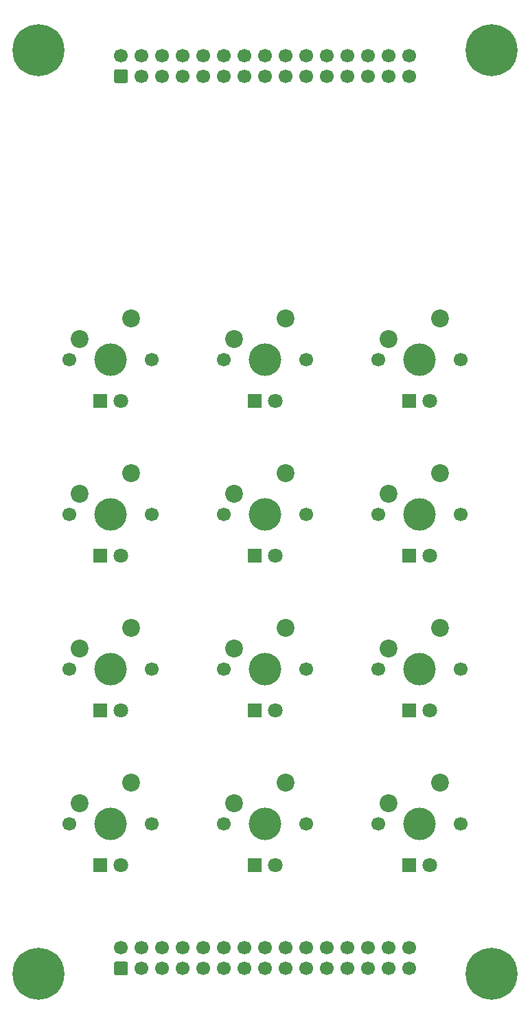
<source format=gbr>
%TF.GenerationSoftware,KiCad,Pcbnew,(5.1.9)-1*%
%TF.CreationDate,2021-05-31T11:32:24+02:00*%
%TF.ProjectId,periph_numpad,70657269-7068-45f6-9e75-6d7061642e6b,v1.0*%
%TF.SameCoordinates,Original*%
%TF.FileFunction,Soldermask,Bot*%
%TF.FilePolarity,Negative*%
%FSLAX46Y46*%
G04 Gerber Fmt 4.6, Leading zero omitted, Abs format (unit mm)*
G04 Created by KiCad (PCBNEW (5.1.9)-1) date 2021-05-31 11:32:24*
%MOMM*%
%LPD*%
G01*
G04 APERTURE LIST*
%ADD10C,0.800000*%
%ADD11C,6.400000*%
%ADD12C,1.700000*%
%ADD13C,4.000000*%
%ADD14C,2.200000*%
%ADD15C,1.800000*%
%ADD16R,1.800000X1.800000*%
G04 APERTURE END LIST*
D10*
%TO.C,H1*%
X73452056Y-54817944D03*
X71755000Y-54115000D03*
X70057944Y-54817944D03*
X69355000Y-56515000D03*
X70057944Y-58212056D03*
X71755000Y-58915000D03*
X73452056Y-58212056D03*
X74155000Y-56515000D03*
D11*
X71755000Y-56515000D03*
%TD*%
D12*
%TO.C,SW12*%
X123825000Y-151765000D03*
X113665000Y-151765000D03*
D13*
X118745000Y-151765000D03*
D14*
X114935000Y-149225000D03*
X121285000Y-146685000D03*
%TD*%
D12*
%TO.C,SW11*%
X123825000Y-132715000D03*
X113665000Y-132715000D03*
D13*
X118745000Y-132715000D03*
D14*
X114935000Y-130175000D03*
X121285000Y-127635000D03*
%TD*%
D12*
%TO.C,SW10*%
X104775000Y-132715000D03*
X94615000Y-132715000D03*
D13*
X99695000Y-132715000D03*
D14*
X95885000Y-130175000D03*
X102235000Y-127635000D03*
%TD*%
D12*
%TO.C,SW9*%
X85725000Y-132715000D03*
X75565000Y-132715000D03*
D13*
X80645000Y-132715000D03*
D14*
X76835000Y-130175000D03*
X83185000Y-127635000D03*
%TD*%
D12*
%TO.C,SW8*%
X123825000Y-113665000D03*
X113665000Y-113665000D03*
D13*
X118745000Y-113665000D03*
D14*
X114935000Y-111125000D03*
X121285000Y-108585000D03*
%TD*%
D12*
%TO.C,SW7*%
X104775000Y-113665000D03*
X94615000Y-113665000D03*
D13*
X99695000Y-113665000D03*
D14*
X95885000Y-111125000D03*
X102235000Y-108585000D03*
%TD*%
D12*
%TO.C,SW6*%
X85725000Y-113665000D03*
X75565000Y-113665000D03*
D13*
X80645000Y-113665000D03*
D14*
X76835000Y-111125000D03*
X83185000Y-108585000D03*
%TD*%
D12*
%TO.C,SW5*%
X123825000Y-94615000D03*
X113665000Y-94615000D03*
D13*
X118745000Y-94615000D03*
D14*
X114935000Y-92075000D03*
X121285000Y-89535000D03*
%TD*%
D12*
%TO.C,SW4*%
X104775000Y-94615000D03*
X94615000Y-94615000D03*
D13*
X99695000Y-94615000D03*
D14*
X95885000Y-92075000D03*
X102235000Y-89535000D03*
%TD*%
D12*
%TO.C,SW3*%
X85725000Y-94615000D03*
X75565000Y-94615000D03*
D13*
X80645000Y-94615000D03*
D14*
X76835000Y-92075000D03*
X83185000Y-89535000D03*
%TD*%
D12*
%TO.C,SW2*%
X104775000Y-151765000D03*
X94615000Y-151765000D03*
D13*
X99695000Y-151765000D03*
D14*
X95885000Y-149225000D03*
X102235000Y-146685000D03*
%TD*%
D12*
%TO.C,SW1*%
X85725000Y-151765000D03*
X75565000Y-151765000D03*
D13*
X80645000Y-151765000D03*
D14*
X76835000Y-149225000D03*
X83185000Y-146685000D03*
%TD*%
D12*
%TO.C,J2*%
X117475000Y-167005000D03*
X114935000Y-167005000D03*
X112395000Y-167005000D03*
X109855000Y-167005000D03*
X107315000Y-167005000D03*
X104775000Y-167005000D03*
X102235000Y-167005000D03*
X99695000Y-167005000D03*
X97155000Y-167005000D03*
X94615000Y-167005000D03*
X92075000Y-167005000D03*
X89535000Y-167005000D03*
X86995000Y-167005000D03*
X84455000Y-167005000D03*
X81915000Y-167005000D03*
X117475000Y-169545000D03*
X114935000Y-169545000D03*
X112395000Y-169545000D03*
X109855000Y-169545000D03*
X107315000Y-169545000D03*
X104775000Y-169545000D03*
X102235000Y-169545000D03*
X99695000Y-169545000D03*
X97155000Y-169545000D03*
X94615000Y-169545000D03*
X92075000Y-169545000D03*
X89535000Y-169545000D03*
X86995000Y-169545000D03*
X84455000Y-169545000D03*
G36*
G01*
X82515000Y-170395000D02*
X81315000Y-170395000D01*
G75*
G02*
X81065000Y-170145000I0J250000D01*
G01*
X81065000Y-168945000D01*
G75*
G02*
X81315000Y-168695000I250000J0D01*
G01*
X82515000Y-168695000D01*
G75*
G02*
X82765000Y-168945000I0J-250000D01*
G01*
X82765000Y-170145000D01*
G75*
G02*
X82515000Y-170395000I-250000J0D01*
G01*
G37*
%TD*%
%TO.C,J1*%
X117475000Y-57150000D03*
X114935000Y-57150000D03*
X112395000Y-57150000D03*
X109855000Y-57150000D03*
X107315000Y-57150000D03*
X104775000Y-57150000D03*
X102235000Y-57150000D03*
X99695000Y-57150000D03*
X97155000Y-57150000D03*
X94615000Y-57150000D03*
X92075000Y-57150000D03*
X89535000Y-57150000D03*
X86995000Y-57150000D03*
X84455000Y-57150000D03*
X81915000Y-57150000D03*
X117475000Y-59690000D03*
X114935000Y-59690000D03*
X112395000Y-59690000D03*
X109855000Y-59690000D03*
X107315000Y-59690000D03*
X104775000Y-59690000D03*
X102235000Y-59690000D03*
X99695000Y-59690000D03*
X97155000Y-59690000D03*
X94615000Y-59690000D03*
X92075000Y-59690000D03*
X89535000Y-59690000D03*
X86995000Y-59690000D03*
X84455000Y-59690000D03*
G36*
G01*
X82515000Y-60540000D02*
X81315000Y-60540000D01*
G75*
G02*
X81065000Y-60290000I0J250000D01*
G01*
X81065000Y-59090000D01*
G75*
G02*
X81315000Y-58840000I250000J0D01*
G01*
X82515000Y-58840000D01*
G75*
G02*
X82765000Y-59090000I0J-250000D01*
G01*
X82765000Y-60290000D01*
G75*
G02*
X82515000Y-60540000I-250000J0D01*
G01*
G37*
%TD*%
D10*
%TO.C,H4*%
X73452056Y-168482944D03*
X71755000Y-167780000D03*
X70057944Y-168482944D03*
X69355000Y-170180000D03*
X70057944Y-171877056D03*
X71755000Y-172580000D03*
X73452056Y-171877056D03*
X74155000Y-170180000D03*
D11*
X71755000Y-170180000D03*
%TD*%
D10*
%TO.C,H3*%
X129332056Y-168482944D03*
X127635000Y-167780000D03*
X125937944Y-168482944D03*
X125235000Y-170180000D03*
X125937944Y-171877056D03*
X127635000Y-172580000D03*
X129332056Y-171877056D03*
X130035000Y-170180000D03*
D11*
X127635000Y-170180000D03*
%TD*%
D10*
%TO.C,H2*%
X129332056Y-54817944D03*
X127635000Y-54115000D03*
X125937944Y-54817944D03*
X125235000Y-56515000D03*
X125937944Y-58212056D03*
X127635000Y-58915000D03*
X129332056Y-58212056D03*
X130035000Y-56515000D03*
D11*
X127635000Y-56515000D03*
%TD*%
D15*
%TO.C,D12*%
X120015000Y-156845000D03*
D16*
X117475000Y-156845000D03*
%TD*%
D15*
%TO.C,D11*%
X120015000Y-137795000D03*
D16*
X117475000Y-137795000D03*
%TD*%
D15*
%TO.C,D10*%
X100965000Y-137795000D03*
D16*
X98425000Y-137795000D03*
%TD*%
D15*
%TO.C,D9*%
X81915000Y-137795000D03*
D16*
X79375000Y-137795000D03*
%TD*%
D15*
%TO.C,D8*%
X120015000Y-118745000D03*
D16*
X117475000Y-118745000D03*
%TD*%
D15*
%TO.C,D7*%
X100965000Y-118745000D03*
D16*
X98425000Y-118745000D03*
%TD*%
D15*
%TO.C,D6*%
X81915000Y-118745000D03*
D16*
X79375000Y-118745000D03*
%TD*%
D15*
%TO.C,D5*%
X120015000Y-99695000D03*
D16*
X117475000Y-99695000D03*
%TD*%
D15*
%TO.C,D4*%
X100965000Y-99695000D03*
D16*
X98425000Y-99695000D03*
%TD*%
D15*
%TO.C,D3*%
X81915000Y-99695000D03*
D16*
X79375000Y-99695000D03*
%TD*%
D15*
%TO.C,D2*%
X100965000Y-156845000D03*
D16*
X98425000Y-156845000D03*
%TD*%
D15*
%TO.C,D1*%
X81915000Y-156845000D03*
D16*
X79375000Y-156845000D03*
%TD*%
M02*

</source>
